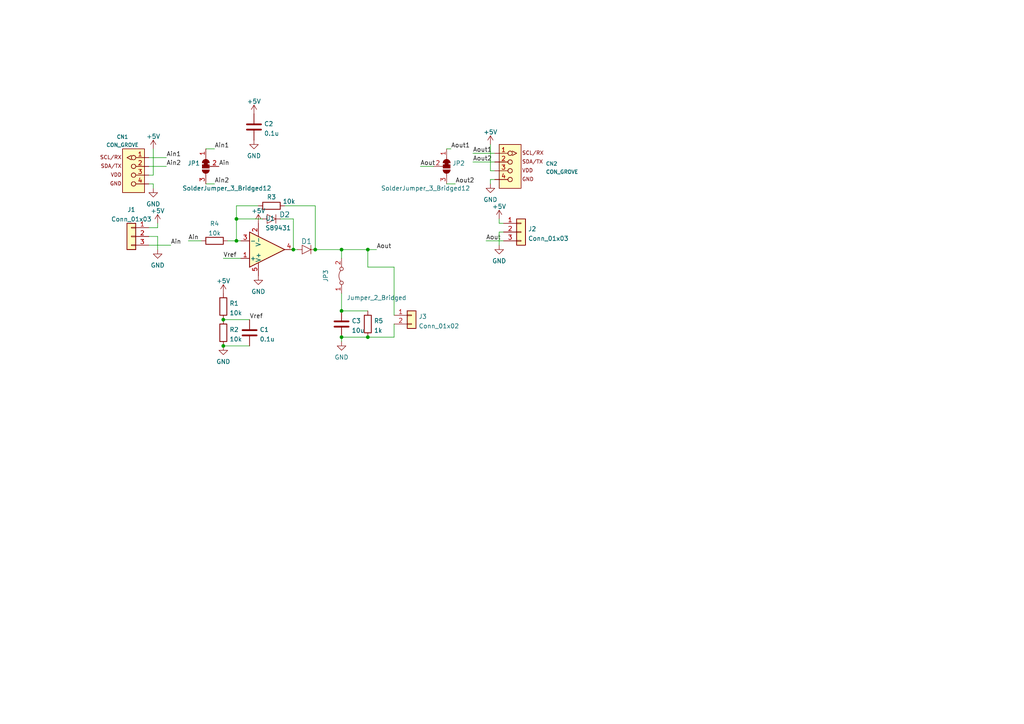
<source format=kicad_sch>
(kicad_sch (version 20211123) (generator eeschema)
  (paper "A4")
  (lib_symbols
    (symbol "Amplifier_Operational:TLV9001IDCK" (pin_names (offset 0.127))
      (property "Reference" "U" (at 7.62 2.54 0))
      (property "Value" "TLV9001IDCK" (at 11.43 -2.54 0))
      (symbol "TLV9001IDCK_0_1"
        (polyline (pts (xy -2.54 5.08) (xy -2.54 -5.08) (xy 7.62 0) (xy -2.54 5.08)) (stroke (width 0.254)) (fill (type background)))
      )
      (symbol "TLV9001IDCK_1_1"
        (pin input line (at -5.08 2.54 0) (length 2.54) (name "+") (number "1"))
        (pin power_in line (at 0 -7.62 90) (length 3.81) (name "V-") (number "2"))
        (pin input line (at -5.08 -2.54 0) (length 2.54) (name "-") (number "3"))
        (pin output line (at 10.16 0 180) (length 2.54) (name "~") (number "4"))
        (pin power_in line (at 0 7.62 270) (length 3.81) (name "V+") (number "5"))
      )
    )
    (symbol "Connector_Generic:Conn_01x02" (pin_names (offset 1.016) hide)
      (property "Reference" "J" (at 0 2.54 0))
      (property "Value" "Conn_01x02" (at 0 -5.08 0))
      (symbol "Conn_01x02_1_1"
        (rectangle (start -1.27 -2.413) (end 0 -2.667) (stroke (width 0.1524)))
        (rectangle (start -1.27 0.127) (end 0 -0.127) (stroke (width 0.1524)))
        (rectangle (start -1.27 1.27) (end 1.27 -3.81) (stroke (width 0.254)) (fill (type background)))
        (pin passive line (at -5.08 0 0) (length 3.81) (name "Pin_1") (number "1"))
        (pin passive line (at -5.08 -2.54 0) (length 3.81) (name "Pin_2") (number "2"))
      )
    )
    (symbol "Connector_Generic:Conn_01x03" (pin_names (offset 1.016) hide)
      (property "Reference" "J" (at 0 5.08 0))
      (property "Value" "Conn_01x03" (at 0 -5.08 0))
      (symbol "Conn_01x03_1_1"
        (rectangle (start -1.27 -2.413) (end 0 -2.667) (stroke (width 0.1524)))
        (rectangle (start -1.27 0.127) (end 0 -0.127) (stroke (width 0.1524)))
        (rectangle (start -1.27 2.667) (end 0 2.413) (stroke (width 0.1524)))
        (rectangle (start -1.27 3.81) (end 1.27 -3.81) (stroke (width 0.254)) (fill (type background)))
        (pin passive line (at -5.08 2.54 0) (length 3.81) (name "Pin_1") (number "1"))
        (pin passive line (at -5.08 0 0) (length 3.81) (name "Pin_2") (number "2"))
        (pin passive line (at -5.08 -2.54 0) (length 3.81) (name "Pin_3") (number "3"))
      )
    )
    (symbol "Device:C" (pin_numbers hide) (pin_names (offset 0.254))
      (property "Reference" "C" (at 0.635 2.54 0))
      (property "Value" "C" (at 0.635 -2.54 0))
      (symbol "C_0_1"
        (polyline (pts (xy -2.032 -0.762) (xy 2.032 -0.762)) (stroke (width 0.508)))
        (polyline (pts (xy -2.032 0.762) (xy 2.032 0.762)) (stroke (width 0.508)))
      )
      (symbol "C_1_1"
        (pin passive line (at 0 3.81 270) (length 2.794) (name "~") (number "1"))
        (pin passive line (at 0 -3.81 90) (length 2.794) (name "~") (number "2"))
      )
    )
    (symbol "Device:R" (pin_numbers hide) (pin_names (offset 0))
      (property "Reference" "R" (at 2.032 0 90))
      (property "Value" "R" (at 0 0 90))
      (symbol "R_0_1"
        (rectangle (start -1.016 -2.54) (end 1.016 2.54) (stroke (width 0.254)))
      )
      (symbol "R_1_1"
        (pin passive line (at 0 3.81 270) (length 1.27) (name "~") (number "1"))
        (pin passive line (at 0 -3.81 90) (length 1.27) (name "~") (number "2"))
      )
    )
    (symbol "Jumper:Jumper_2_Bridged" (pin_names (offset 0) hide)
      (property "Reference" "JP" (at 0 1.905 0))
      (property "Value" "Jumper_2_Bridged" (at 0 -2.54 0))
      (symbol "Jumper_2_Bridged_0_0"
        (circle (center -2.032 0) (radius 0.508))
        (circle (center 2.032 0) (radius 0.508))
      )
      (symbol "Jumper_2_Bridged_0_1"
        (arc (start 1.524 0.254) (mid 0 0.762) (end -1.524 0.254))
      )
      (symbol "Jumper_2_Bridged_1_1"
        (pin passive line (at -5.08 0 0) (length 2.54) (name "A") (number "1"))
        (pin passive line (at 5.08 0 180) (length 2.54) (name "B") (number "2"))
      )
    )
    (symbol "Jumper:SolderJumper_3_Bridged12" (pin_names (offset 0) hide)
      (property "Reference" "JP" (at -2.54 -2.54 0))
      (property "Value" "SolderJumper_3_Bridged12" (at 0 2.794 0))
      (symbol "SolderJumper_3_Bridged12_0_1"
        (rectangle (start -1.016 0.508) (end -0.508 -0.508) (fill (type outline)))
        (arc (start -1.016 1.016) (mid -2.032 0) (end -1.016 -1.016))
        (arc (start -1.016 1.016) (mid -2.032 0) (end -1.016 -1.016) (fill (type outline)))
        (rectangle (start -0.508 1.016) (end 0.508 -1.016) (fill (type outline)))
        (polyline (pts (xy -2.54 0) (xy -2.032 0)))
        (polyline (pts (xy -1.016 1.016) (xy -1.016 -1.016)))
        (polyline (pts (xy 0 -1.27) (xy 0 -1.016)))
        (polyline (pts (xy 1.016 1.016) (xy 1.016 -1.016)))
        (polyline (pts (xy 2.54 0) (xy 2.032 0)))
        (arc (start 1.016 -1.016) (mid 2.032 0) (end 1.016 1.016))
        (arc (start 1.016 -1.016) (mid 2.032 0) (end 1.016 1.016) (fill (type outline)))
      )
      (symbol "SolderJumper_3_Bridged12_1_1"
        (pin passive line (at -5.08 0 0) (length 2.54) (name "A") (number "1"))
        (pin input line (at 0 -3.81 90) (length 2.54) (name "C") (number "2"))
        (pin passive line (at 5.08 0 180) (length 2.54) (name "B") (number "3"))
      )
    )
    (symbol "akita:CON_GROVE" (pin_names (offset 1.016))
      (property "Reference" "CN" (at 0 3.81 0))
      (property "Value" "CON_GROVE" (at 3.81 -5.08 90))
      (symbol "CON_GROVE_1_0"
        (text "GND" (at 5.334 -5.588 0) (effects (font (size 1.0668 1.0668)) (justify left bottom)))
        (text "SCL/RX" (at 5.334 2.032 0) (effects (font (size 1.0668 1.0668)) (justify left bottom)))
        (text "SDA/TX" (at 5.334 -0.508 0) (effects (font (size 1.0668 1.0668)) (justify left bottom)))
        (text "VDD" (at 5.334 -3.048 0) (effects (font (size 1.0668 1.0668)) (justify left bottom)))
        (pin bidirectional inverted_clock (at -2.54 2.54 0) (length 5.08) (name "1") (number "1"))
        (pin bidirectional inverted (at -2.54 0 0) (length 5.08) (name "2") (number "2"))
        (pin bidirectional inverted (at -2.54 -2.54 0) (length 5.08) (name "3") (number "3"))
        (pin bidirectional inverted (at -2.54 -5.08 0) (length 5.08) (name "4") (number "4"))
      )
      (symbol "CON_GROVE_1_1"
        (rectangle (start -1.27 5.08) (end 5.08 -7.62) (stroke (width 0.2032)) (fill (type background)))
      )
    )
    (symbol "akita:DIODE" (pin_names (offset 1.016))
      (property "Reference" "D" (at -2.54 2.54 0))
      (symbol "DIODE_1_0"
        (polyline (pts (xy -2.54 0) (xy -1.27 0)))
        (polyline (pts (xy -1.27 -1.27) (xy 1.27 0)))
        (polyline (pts (xy -1.27 0) (xy -1.27 -1.27)))
        (polyline (pts (xy -1.27 1.27) (xy -1.27 0)))
        (polyline (pts (xy 1.27 0) (xy -1.27 1.27)))
        (polyline (pts (xy 1.27 0) (xy 1.27 -1.27)))
        (polyline (pts (xy 1.27 1.27) (xy 1.27 0)))
        (polyline (pts (xy 2.54 0) (xy 1.27 0)))
        (pin passive line (at -2.54 0 0) (length 0) (name "A") (number "A"))
        (pin passive line (at 2.54 0 180) (length 0) (name "K") (number "K"))
      )
    )
    (symbol "power:+5V" (power) (pin_names (offset 0))
      (property "Value" "+5V" (at 0 3.556 0))
      (symbol "+5V_0_1"
        (polyline (pts (xy -0.762 1.27) (xy 0 2.54)))
        (polyline (pts (xy 0 0) (xy 0 2.54)))
        (polyline (pts (xy 0 2.54) (xy 0.762 1.27)))
      )
      (symbol "+5V_1_1"
        (pin power_in line (at 0 0 90) (length 0) hide (name "+5V") (number "1"))
      )
    )
    (symbol "power:GND" (power) (pin_names (offset 0))
      (property "Value" "GND" (at 0 -3.81 0))
      (symbol "GND_0_1"
        (polyline (pts (xy 0 0) (xy 0 -1.27) (xy 1.27 -1.27) (xy 0 -2.54) (xy -1.27 -1.27) (xy 0 -1.27)))
      )
      (symbol "GND_1_1"
        (pin power_in line (at 0 0 270) (length 0) hide (name "GND") (number "1"))
      )
    )
  )
  (junction (at 85.09 72.39))
  (junction (at 64.77 100.33))
  (junction (at 106.68 97.79))
  (junction (at 99.06 90.17))
  (junction (at 99.06 72.39))
  (junction (at 106.68 72.39))
  (junction (at 68.58 69.85))
  (junction (at 64.77 92.71))
  (junction (at 91.44 72.39))
  (junction (at 68.58 63.5))
  (junction (at 99.06 97.79))
  (wire (pts (xy 142.24 52.07) (xy 142.24 53.34)))
  (wire (pts (xy 43.18 48.26) (xy 48.26 48.26)))
  (wire (pts (xy 43.18 45.72) (xy 48.26 45.72)))
  (wire (pts (xy 99.06 97.79) (xy 106.68 97.79)))
  (wire (pts (xy 99.06 72.39) (xy 99.06 74.93)))
  (wire (pts (xy 45.72 66.04) (xy 45.72 64.77)))
  (wire (pts (xy 43.18 66.04) (xy 45.72 66.04)))
  (wire (pts (xy 99.06 90.17) (xy 106.68 90.17)))
  (wire (pts (xy 144.78 64.77) (xy 144.78 63.5)))
  (wire (pts (xy 143.51 52.07) (xy 142.24 52.07)))
  (wire (pts (xy 81.28 63.5) (xy 85.09 63.5)))
  (wire (pts (xy 85.09 72.39) (xy 86.36 72.39)))
  (wire (pts (xy 43.18 68.58) (xy 45.72 68.58)))
  (wire (pts (xy 146.05 67.31) (xy 144.78 67.31)))
  (wire (pts (xy 99.06 97.79) (xy 99.06 99.06)))
  (wire (pts (xy 64.77 74.93) (xy 69.85 74.93)))
  (wire (pts (xy 91.44 72.39) (xy 91.44 59.69)))
  (wire (pts (xy 59.69 43.18) (xy 62.23 43.18)))
  (wire (pts (xy 144.78 67.31) (xy 144.78 71.12)))
  (wire (pts (xy 114.3 97.79) (xy 114.3 93.98)))
  (wire (pts (xy 106.68 97.79) (xy 114.3 97.79)))
  (wire (pts (xy 68.58 59.69) (xy 68.58 63.5)))
  (wire (pts (xy 66.04 69.85) (xy 68.58 69.85)))
  (wire (pts (xy 91.44 59.69) (xy 82.55 59.69)))
  (wire (pts (xy 129.54 43.18) (xy 130.81 43.18)))
  (wire (pts (xy 121.92 48.26) (xy 125.73 48.26)))
  (wire (pts (xy 85.09 63.5) (xy 85.09 72.39)))
  (wire (pts (xy 43.18 71.12) (xy 49.53 71.12)))
  (wire (pts (xy 114.3 77.47) (xy 106.68 77.47)))
  (wire (pts (xy 143.51 49.53) (xy 142.24 49.53)))
  (wire (pts (xy 74.93 59.69) (xy 68.58 59.69)))
  (wire (pts (xy 64.77 92.71) (xy 72.39 92.71)))
  (wire (pts (xy 146.05 64.77) (xy 144.78 64.77)))
  (wire (pts (xy 64.77 100.33) (xy 72.39 100.33)))
  (wire (pts (xy 54.61 69.85) (xy 58.42 69.85)))
  (wire (pts (xy 137.16 44.45) (xy 143.51 44.45)))
  (wire (pts (xy 99.06 72.39) (xy 106.68 72.39)))
  (wire (pts (xy 68.58 69.85) (xy 69.85 69.85)))
  (wire (pts (xy 140.97 69.85) (xy 146.05 69.85)))
  (wire (pts (xy 114.3 91.44) (xy 114.3 77.47)))
  (wire (pts (xy 129.54 53.34) (xy 132.08 53.34)))
  (wire (pts (xy 59.69 53.34) (xy 62.23 53.34)))
  (wire (pts (xy 43.18 53.34) (xy 44.45 53.34)))
  (wire (pts (xy 106.68 77.47) (xy 106.68 72.39)))
  (wire (pts (xy 106.68 72.39) (xy 109.22 72.39)))
  (wire (pts (xy 142.24 49.53) (xy 142.24 41.91)))
  (wire (pts (xy 45.72 68.58) (xy 45.72 72.39)))
  (wire (pts (xy 68.58 63.5) (xy 76.2 63.5)))
  (wire (pts (xy 91.44 72.39) (xy 99.06 72.39)))
  (wire (pts (xy 44.45 43.18) (xy 44.45 50.8)))
  (wire (pts (xy 68.58 63.5) (xy 68.58 69.85)))
  (wire (pts (xy 99.06 85.09) (xy 99.06 90.17)))
  (wire (pts (xy 43.18 50.8) (xy 44.45 50.8)))
  (wire (pts (xy 137.16 46.99) (xy 143.51 46.99)))
  (wire (pts (xy 44.45 53.34) (xy 44.45 54.61)))
  (label "Ain2" (at 62.23 53.34 0))
  (label "Ain2" (at 48.26 48.26 0))
  (label "Ain" (at 54.61 69.85 0))
  (label "Aout" (at 121.92 48.26 0))
  (label "Aout2" (at 132.08 53.34 0))
  (label "Ain" (at 63.5 48.26 0))
  (label "Vref" (at 64.77 74.93 0))
  (label "Aout1" (at 130.81 43.18 0))
  (label "Ain1" (at 48.26 45.72 0))
  (label "Aout2" (at 137.16 46.99 0))
  (label "Aout" (at 109.22 72.39 0))
  (label "Ain" (at 49.53 71.12 0))
  (label "Aout1" (at 137.16 44.45 0))
  (label "Vref" (at 72.39 92.71 0))
  (label "Ain1" (at 62.23 43.18 0))
  (label "Aout" (at 140.97 69.85 0))
  (symbol (lib_id "Device:R") (at 64.77 96.52 0) (unit 1)
    (property "Reference" "R2" (at 66.548 95.6115 0) (effects (justify left)))
    (property "Value" "10k" (at 66.548 98.3866 0) (effects (justify left)))
    (property "Footprint" "Resistor_SMD:R_0603_1608Metric" (effects hide))
  )
  (symbol (lib_id "Amplifier_Operational:TLV9001IDCK") (at 74.93 72.39 0) (mirror x) (unit 1)
    (property "Reference" "U1" (at 76.9494 63.3435 0) (effects (justify left)))
    (property "Value" "S89431" (at 76.9494 66.1186 0) (effects (justify left)))
    (property "Footprint" "Package_TO_SOT_SMD:SOT-23-5" (effects hide))
  )
  (symbol (lib_id "Connector_Generic:Conn_01x03") (at 151.13 67.31 0) (unit 1)
    (property "Reference" "J2" (at 153.162 66.4015 0) (effects (justify left)))
    (property "Value" "Conn_01x03" (at 153.162 69.1766 0) (effects (justify left)))
    (property "Footprint" "Connector_PinSocket_2.54mm:PinSocket_1x03_P2.54mm_Vertical" (effects hide))
  )
  (symbol (lib_id "Device:C") (at 72.39 96.52 0) (unit 1)
    (property "Reference" "C1" (at 75.311 95.6115 0) (effects (justify left)))
    (property "Value" "0.1u" (at 75.311 98.3866 0) (effects (justify left)))
    (property "Footprint" "Capacitor_SMD:C_0603_1608Metric" (effects hide))
  )
  (symbol (lib_id "power:+5V") (at 45.72 64.77 0) (unit 1)
    (property "Reference" "#PWR0110" (effects hide))
    (property "Value" "+5V" (at 45.72 61.1655 0))
  )
  (symbol (lib_id "Device:R") (at 62.23 69.85 90) (unit 1)
    (property "Reference" "R4" (at 62.23 64.8675 90))
    (property "Value" "10k" (at 62.23 67.6426 90))
    (property "Footprint" "Resistor_SMD:R_0603_1608Metric" (effects hide))
  )
  (symbol (lib_id "Connector_Generic:Conn_01x02") (at 119.38 91.44 0) (unit 1)
    (property "Reference" "J3" (at 121.412 91.8015 0) (effects (justify left)))
    (property "Value" "Conn_01x02" (at 121.412 94.5766 0) (effects (justify left)))
    (property "Footprint" "Connector_PinSocket_2.54mm:PinSocket_1x02_P2.54mm_Vertical" (effects hide))
  )
  (symbol (lib_id "power:+5V") (at 64.77 85.09 0) (unit 1)
    (property "Reference" "#PWR01" (effects hide))
    (property "Value" "+5V" (at 64.77 81.4855 0))
  )
  (symbol (lib_id "Jumper:Jumper_2_Bridged") (at 99.06 80.01 90) (unit 1)
    (property "Reference" "JP3" (at 94.4585 80.01 0))
    (property "Value" "Jumper_2_Bridged" (at 109.22 86.36 90))
    (property "Footprint" "Jumper:SolderJumper-2_P1.3mm_Bridged_Pad1.0x1.5mm" (effects hide))
  )
  (symbol (lib_id "Device:R") (at 106.68 93.98 180) (unit 1)
    (property "Reference" "R5" (at 108.458 93.0715 0) (effects (justify right)))
    (property "Value" "1k" (at 108.458 95.8466 0) (effects (justify right)))
    (property "Footprint" "Resistor_SMD:R_0603_1608Metric" (effects hide))
  )
  (symbol (lib_id "power:GND") (at 44.45 54.61 0) (unit 1)
    (property "Reference" "#PWR02" (effects hide))
    (property "Value" "GND" (at 44.45 59.1725 0))
  )
  (symbol (lib_id "akita:DIODE") (at 78.74 63.5 0) (unit 1)
    (property "Reference" "D2" (at 82.55 62.23 0) (effects (font (size 1.4986 1.4986))))
    (property "Value" "DIODE" (effects hide))
    (property "Footprint" "akita:D_SOD123FL" (effects hide))
  )
  (symbol (lib_id "Jumper:SolderJumper_3_Bridged12") (at 59.69 48.26 90) (mirror x) (unit 1)
    (property "Reference" "JP1" (at 58.0391 47.3515 90) (effects (justify left)))
    (property "Value" "SolderJumper_3_Bridged12" (at 78.74 54.61 90) (effects (justify left)))
    (property "Footprint" "Jumper:SolderJumper-3_P1.3mm_Bridged2Bar12_Pad1.0x1.5mm_NumberLabels" (effects hide))
  )
  (symbol (lib_id "power:GND") (at 99.06 99.06 0) (unit 1)
    (property "Reference" "#PWR0104" (effects hide))
    (property "Value" "GND" (at 99.06 103.6225 0))
  )
  (symbol (lib_id "power:+5V") (at 142.24 41.91 0) (unit 1)
    (property "Reference" "#PWR0106" (effects hide))
    (property "Value" "+5V" (at 142.24 38.3055 0))
  )
  (symbol (lib_id "power:+5V") (at 144.78 63.5 0) (unit 1)
    (property "Reference" "#PWR0109" (effects hide))
    (property "Value" "+5V" (at 144.78 59.8955 0))
  )
  (symbol (lib_id "Device:R") (at 78.74 59.69 90) (unit 1)
    (property "Reference" "R3" (at 78.74 57.15 90))
    (property "Value" "10k" (at 83.82 58.42 90))
    (property "Footprint" "Resistor_SMD:R_0603_1608Metric" (effects hide))
  )
  (symbol (lib_id "akita:CON_GROVE") (at 40.64 48.26 0) (mirror y) (unit 1)
    (property "Reference" "CN1" (at 35.5187 39.6906 0) (effects (font (size 1.0668 1.0668))))
    (property "Value" "CON_GROVE" (at 35.5187 42.0623 0) (effects (font (size 1.0668 1.0668))))
    (property "Footprint" "akita:CON_GROVE_H" (effects hide))
  )
  (symbol (lib_id "power:+5V") (at 44.45 43.18 0) (unit 1)
    (property "Reference" "#PWR0111" (effects hide))
    (property "Value" "+5V" (at 44.45 39.5755 0))
  )
  (symbol (lib_id "power:+5V") (at 74.93 64.77 0) (unit 1)
    (property "Reference" "#PWR04" (effects hide))
    (property "Value" "+5V" (at 74.93 61.1655 0))
  )
  (symbol (lib_id "Device:R") (at 64.77 88.9 0) (unit 1)
    (property "Reference" "R1" (at 66.548 87.9915 0) (effects (justify left)))
    (property "Value" "10k" (at 66.548 90.7666 0) (effects (justify left)))
    (property "Footprint" "Resistor_SMD:R_0603_1608Metric" (effects hide))
  )
  (symbol (lib_id "power:GND") (at 45.72 72.39 0) (unit 1)
    (property "Reference" "#PWR0112" (effects hide))
    (property "Value" "GND" (at 45.72 76.9525 0))
  )
  (symbol (lib_id "power:GND") (at 142.24 53.34 0) (unit 1)
    (property "Reference" "#PWR0107" (effects hide))
    (property "Value" "GND" (at 142.24 57.9025 0))
  )
  (symbol (lib_id "power:+5V") (at 73.66 33.02 0) (unit 1)
    (property "Reference" "#PWR03" (effects hide))
    (property "Value" "+5V" (at 73.66 29.4155 0))
  )
  (symbol (lib_id "Connector_Generic:Conn_01x03") (at 38.1 68.58 0) (mirror y) (unit 1)
    (property "Reference" "J1" (at 38.1 60.8035 0))
    (property "Value" "Conn_01x03" (at 38.1 63.5786 0))
    (property "Footprint" "Connector_PinSocket_2.54mm:PinSocket_1x03_P2.54mm_Vertical" (effects hide))
  )
  (symbol (lib_id "Device:C") (at 73.66 36.83 0) (unit 1)
    (property "Reference" "C2" (at 76.581 35.9215 0) (effects (justify left)))
    (property "Value" "0.1u" (at 76.581 38.6966 0) (effects (justify left)))
    (property "Footprint" "Capacitor_SMD:C_0603_1608Metric" (effects hide))
  )
  (symbol (lib_id "akita:DIODE") (at 88.9 72.39 0) (unit 1)
    (property "Reference" "D1" (at 88.9 70.0012 0) (effects (font (size 1.4986 1.4986))))
    (property "Value" "DIODE" (effects hide))
    (property "Footprint" "akita:D_SOD123FL" (effects hide))
  )
  (symbol (lib_id "power:GND") (at 144.78 71.12 0) (unit 1)
    (property "Reference" "#PWR0108" (effects hide))
    (property "Value" "GND" (at 144.78 75.6825 0))
  )
  (symbol (lib_id "Device:C") (at 99.06 93.98 0) (unit 1)
    (property "Reference" "C3" (at 101.981 93.0715 0) (effects (justify left)))
    (property "Value" "10u" (at 101.981 95.8466 0) (effects (justify left)))
    (property "Footprint" "Capacitor_SMD:C_0603_1608Metric" (effects hide))
  )
  (symbol (lib_id "Jumper:SolderJumper_3_Bridged12") (at 129.54 48.26 270) (unit 1)
    (property "Reference" "JP2" (at 131.1909 47.3515 90) (effects (justify left)))
    (property "Value" "SolderJumper_3_Bridged12" (at 110.49 54.61 90) (effects (justify left)))
    (property "Footprint" "Jumper:SolderJumper-3_P1.3mm_Bridged2Bar12_Pad1.0x1.5mm_NumberLabels" (effects hide))
  )
  (symbol (lib_id "power:GND") (at 73.66 40.64 0) (unit 1)
    (property "Reference" "#PWR0102" (effects hide))
    (property "Value" "GND" (at 73.66 45.2025 0))
  )
  (symbol (lib_id "akita:CON_GROVE") (at 146.05 46.99 0) (unit 1)
    (property "Reference" "CN2" (at 158.2992 47.4765 0) (effects (font (size 1.0668 1.0668)) (justify left)))
    (property "Value" "CON_GROVE" (at 158.2992 49.8482 0) (effects (font (size 1.0668 1.0668)) (justify left)))
    (property "Footprint" "akita:CON_GROVE_H" (effects hide))
  )
  (symbol (lib_id "power:GND") (at 74.93 80.01 0) (unit 1)
    (property "Reference" "#PWR05" (effects hide))
    (property "Value" "GND" (at 74.93 84.5725 0))
  )
  (symbol (lib_id "power:GND") (at 64.77 100.33 0) (unit 1)
    (property "Reference" "#PWR0103" (effects hide))
    (property "Value" "GND" (at 64.77 104.8925 0))
  )
)
</source>
